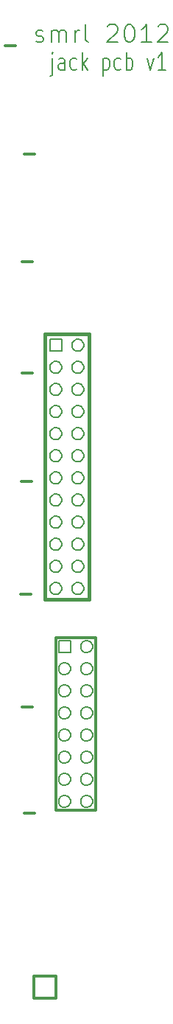
<source format=gto>
G04 (created by PCBNEW-RS274X (2012-01-19 BZR 3256)-stable) date 12/6/2012 10:52:00 PM*
G01*
G70*
G90*
%MOIN*%
G04 Gerber Fmt 3.4, Leading zero omitted, Abs format*
%FSLAX34Y34*%
G04 APERTURE LIST*
%ADD10C,0.006000*%
%ADD11C,0.012000*%
%ADD12C,0.005000*%
%ADD13C,0.012500*%
%ADD14C,0.015000*%
%ADD15C,0.008000*%
G04 APERTURE END LIST*
G54D10*
G54D11*
X43422Y-58769D02*
X43879Y-58769D01*
G54D12*
X44858Y-34515D02*
X44858Y-35201D01*
X44829Y-35277D01*
X44772Y-35315D01*
X44744Y-35315D01*
X44858Y-34249D02*
X44829Y-34287D01*
X44858Y-34325D01*
X44886Y-34287D01*
X44858Y-34249D01*
X44858Y-34325D01*
X45401Y-35049D02*
X45401Y-34630D01*
X45372Y-34554D01*
X45315Y-34515D01*
X45201Y-34515D01*
X45144Y-34554D01*
X45401Y-35011D02*
X45344Y-35049D01*
X45201Y-35049D01*
X45144Y-35011D01*
X45115Y-34935D01*
X45115Y-34858D01*
X45144Y-34782D01*
X45201Y-34744D01*
X45344Y-34744D01*
X45401Y-34706D01*
X45944Y-35011D02*
X45887Y-35049D01*
X45773Y-35049D01*
X45715Y-35011D01*
X45687Y-34973D01*
X45658Y-34896D01*
X45658Y-34668D01*
X45687Y-34592D01*
X45715Y-34554D01*
X45773Y-34515D01*
X45887Y-34515D01*
X45944Y-34554D01*
X46201Y-35049D02*
X46201Y-34249D01*
X46258Y-34744D02*
X46429Y-35049D01*
X46429Y-34515D02*
X46201Y-34820D01*
X47144Y-34515D02*
X47144Y-35315D01*
X47144Y-34554D02*
X47201Y-34515D01*
X47315Y-34515D01*
X47372Y-34554D01*
X47401Y-34592D01*
X47430Y-34668D01*
X47430Y-34896D01*
X47401Y-34973D01*
X47372Y-35011D01*
X47315Y-35049D01*
X47201Y-35049D01*
X47144Y-35011D01*
X47944Y-35011D02*
X47887Y-35049D01*
X47773Y-35049D01*
X47715Y-35011D01*
X47687Y-34973D01*
X47658Y-34896D01*
X47658Y-34668D01*
X47687Y-34592D01*
X47715Y-34554D01*
X47773Y-34515D01*
X47887Y-34515D01*
X47944Y-34554D01*
X48201Y-35049D02*
X48201Y-34249D01*
X48201Y-34554D02*
X48258Y-34515D01*
X48372Y-34515D01*
X48429Y-34554D01*
X48458Y-34592D01*
X48487Y-34668D01*
X48487Y-34896D01*
X48458Y-34973D01*
X48429Y-35011D01*
X48372Y-35049D01*
X48258Y-35049D01*
X48201Y-35011D01*
X49144Y-34515D02*
X49287Y-35049D01*
X49429Y-34515D01*
X49972Y-35049D02*
X49629Y-35049D01*
X49801Y-35049D02*
X49801Y-34249D01*
X49744Y-34363D01*
X49686Y-34439D01*
X49629Y-34477D01*
G54D11*
X43572Y-68669D02*
X44029Y-68669D01*
X43472Y-63869D02*
X43929Y-63869D01*
X42722Y-33944D02*
X43179Y-33944D01*
X43572Y-38869D02*
X44029Y-38869D01*
X43472Y-43719D02*
X43929Y-43719D01*
X43472Y-48769D02*
X43929Y-48769D01*
X43447Y-53669D02*
X43904Y-53669D01*
G54D12*
X44109Y-33761D02*
X44186Y-33799D01*
X44338Y-33799D01*
X44414Y-33761D01*
X44452Y-33685D01*
X44452Y-33646D01*
X44414Y-33570D01*
X44338Y-33532D01*
X44224Y-33532D01*
X44147Y-33494D01*
X44109Y-33418D01*
X44109Y-33380D01*
X44147Y-33304D01*
X44224Y-33265D01*
X44338Y-33265D01*
X44414Y-33304D01*
X44795Y-33799D02*
X44795Y-33265D01*
X44795Y-33342D02*
X44834Y-33304D01*
X44910Y-33265D01*
X45024Y-33265D01*
X45100Y-33304D01*
X45138Y-33380D01*
X45138Y-33799D01*
X45138Y-33380D02*
X45176Y-33304D01*
X45253Y-33265D01*
X45367Y-33265D01*
X45443Y-33304D01*
X45481Y-33380D01*
X45481Y-33799D01*
X45862Y-33799D02*
X45862Y-33265D01*
X45862Y-33418D02*
X45901Y-33342D01*
X45939Y-33304D01*
X46015Y-33265D01*
X46091Y-33265D01*
X46472Y-33799D02*
X46396Y-33761D01*
X46357Y-33685D01*
X46357Y-32999D01*
X47348Y-33075D02*
X47386Y-33037D01*
X47463Y-32999D01*
X47653Y-32999D01*
X47729Y-33037D01*
X47767Y-33075D01*
X47806Y-33151D01*
X47806Y-33227D01*
X47767Y-33342D01*
X47310Y-33799D01*
X47806Y-33799D01*
X48301Y-32999D02*
X48377Y-32999D01*
X48453Y-33037D01*
X48491Y-33075D01*
X48529Y-33151D01*
X48568Y-33304D01*
X48568Y-33494D01*
X48529Y-33646D01*
X48491Y-33723D01*
X48453Y-33761D01*
X48377Y-33799D01*
X48301Y-33799D01*
X48225Y-33761D01*
X48187Y-33723D01*
X48148Y-33646D01*
X48110Y-33494D01*
X48110Y-33304D01*
X48148Y-33151D01*
X48187Y-33075D01*
X48225Y-33037D01*
X48301Y-32999D01*
X49330Y-33799D02*
X48872Y-33799D01*
X49101Y-33799D02*
X49101Y-32999D01*
X49025Y-33113D01*
X48949Y-33189D01*
X48872Y-33227D01*
X49634Y-33075D02*
X49672Y-33037D01*
X49749Y-32999D01*
X49939Y-32999D01*
X50015Y-33037D01*
X50053Y-33075D01*
X50092Y-33151D01*
X50092Y-33227D01*
X50053Y-33342D01*
X49596Y-33799D01*
X50092Y-33799D01*
G54D13*
X44000Y-77025D02*
X45000Y-77025D01*
X44000Y-76025D02*
X45000Y-76025D01*
G54D11*
X44000Y-77025D02*
X44000Y-76025D01*
X45000Y-76025D02*
X45000Y-77025D01*
X45000Y-60725D02*
X46800Y-60725D01*
X46800Y-60725D02*
X46800Y-68525D01*
X46800Y-68525D02*
X45000Y-68525D01*
X45000Y-68525D02*
X45000Y-60725D01*
G54D14*
X46500Y-47000D02*
X44500Y-47000D01*
X44500Y-47000D02*
X44500Y-59000D01*
X44500Y-59000D02*
X46500Y-59000D01*
X46500Y-59000D02*
X46500Y-47000D01*
G54D10*
X45130Y-60855D02*
X45130Y-61395D01*
X45670Y-61395D01*
X45670Y-60855D01*
X45130Y-60855D01*
X46670Y-61125D02*
X46664Y-61177D01*
X46649Y-61227D01*
X46624Y-61274D01*
X46591Y-61315D01*
X46550Y-61348D01*
X46504Y-61373D01*
X46454Y-61389D01*
X46401Y-61394D01*
X46350Y-61390D01*
X46299Y-61375D01*
X46253Y-61350D01*
X46212Y-61317D01*
X46178Y-61277D01*
X46152Y-61231D01*
X46136Y-61181D01*
X46131Y-61128D01*
X46135Y-61077D01*
X46149Y-61026D01*
X46174Y-60979D01*
X46206Y-60938D01*
X46246Y-60904D01*
X46292Y-60878D01*
X46343Y-60862D01*
X46395Y-60856D01*
X46446Y-60860D01*
X46497Y-60874D01*
X46544Y-60898D01*
X46586Y-60930D01*
X46620Y-60970D01*
X46646Y-61016D01*
X46663Y-61066D01*
X46669Y-61118D01*
X46670Y-61125D01*
X45670Y-62125D02*
X45664Y-62177D01*
X45649Y-62227D01*
X45624Y-62274D01*
X45591Y-62315D01*
X45550Y-62348D01*
X45504Y-62373D01*
X45454Y-62389D01*
X45401Y-62394D01*
X45350Y-62390D01*
X45299Y-62375D01*
X45253Y-62350D01*
X45212Y-62317D01*
X45178Y-62277D01*
X45152Y-62231D01*
X45136Y-62181D01*
X45131Y-62128D01*
X45135Y-62077D01*
X45149Y-62026D01*
X45174Y-61979D01*
X45206Y-61938D01*
X45246Y-61904D01*
X45292Y-61878D01*
X45343Y-61862D01*
X45395Y-61856D01*
X45446Y-61860D01*
X45497Y-61874D01*
X45544Y-61898D01*
X45586Y-61930D01*
X45620Y-61970D01*
X45646Y-62016D01*
X45663Y-62066D01*
X45669Y-62118D01*
X45670Y-62125D01*
X46670Y-62125D02*
X46664Y-62177D01*
X46649Y-62227D01*
X46624Y-62274D01*
X46591Y-62315D01*
X46550Y-62348D01*
X46504Y-62373D01*
X46454Y-62389D01*
X46401Y-62394D01*
X46350Y-62390D01*
X46299Y-62375D01*
X46253Y-62350D01*
X46212Y-62317D01*
X46178Y-62277D01*
X46152Y-62231D01*
X46136Y-62181D01*
X46131Y-62128D01*
X46135Y-62077D01*
X46149Y-62026D01*
X46174Y-61979D01*
X46206Y-61938D01*
X46246Y-61904D01*
X46292Y-61878D01*
X46343Y-61862D01*
X46395Y-61856D01*
X46446Y-61860D01*
X46497Y-61874D01*
X46544Y-61898D01*
X46586Y-61930D01*
X46620Y-61970D01*
X46646Y-62016D01*
X46663Y-62066D01*
X46669Y-62118D01*
X46670Y-62125D01*
X45670Y-63125D02*
X45664Y-63177D01*
X45649Y-63227D01*
X45624Y-63274D01*
X45591Y-63315D01*
X45550Y-63348D01*
X45504Y-63373D01*
X45454Y-63389D01*
X45401Y-63394D01*
X45350Y-63390D01*
X45299Y-63375D01*
X45253Y-63350D01*
X45212Y-63317D01*
X45178Y-63277D01*
X45152Y-63231D01*
X45136Y-63181D01*
X45131Y-63128D01*
X45135Y-63077D01*
X45149Y-63026D01*
X45174Y-62979D01*
X45206Y-62938D01*
X45246Y-62904D01*
X45292Y-62878D01*
X45343Y-62862D01*
X45395Y-62856D01*
X45446Y-62860D01*
X45497Y-62874D01*
X45544Y-62898D01*
X45586Y-62930D01*
X45620Y-62970D01*
X45646Y-63016D01*
X45663Y-63066D01*
X45669Y-63118D01*
X45670Y-63125D01*
X46670Y-63125D02*
X46664Y-63177D01*
X46649Y-63227D01*
X46624Y-63274D01*
X46591Y-63315D01*
X46550Y-63348D01*
X46504Y-63373D01*
X46454Y-63389D01*
X46401Y-63394D01*
X46350Y-63390D01*
X46299Y-63375D01*
X46253Y-63350D01*
X46212Y-63317D01*
X46178Y-63277D01*
X46152Y-63231D01*
X46136Y-63181D01*
X46131Y-63128D01*
X46135Y-63077D01*
X46149Y-63026D01*
X46174Y-62979D01*
X46206Y-62938D01*
X46246Y-62904D01*
X46292Y-62878D01*
X46343Y-62862D01*
X46395Y-62856D01*
X46446Y-62860D01*
X46497Y-62874D01*
X46544Y-62898D01*
X46586Y-62930D01*
X46620Y-62970D01*
X46646Y-63016D01*
X46663Y-63066D01*
X46669Y-63118D01*
X46670Y-63125D01*
X45670Y-64125D02*
X45664Y-64177D01*
X45649Y-64227D01*
X45624Y-64274D01*
X45591Y-64315D01*
X45550Y-64348D01*
X45504Y-64373D01*
X45454Y-64389D01*
X45401Y-64394D01*
X45350Y-64390D01*
X45299Y-64375D01*
X45253Y-64350D01*
X45212Y-64317D01*
X45178Y-64277D01*
X45152Y-64231D01*
X45136Y-64181D01*
X45131Y-64128D01*
X45135Y-64077D01*
X45149Y-64026D01*
X45174Y-63979D01*
X45206Y-63938D01*
X45246Y-63904D01*
X45292Y-63878D01*
X45343Y-63862D01*
X45395Y-63856D01*
X45446Y-63860D01*
X45497Y-63874D01*
X45544Y-63898D01*
X45586Y-63930D01*
X45620Y-63970D01*
X45646Y-64016D01*
X45663Y-64066D01*
X45669Y-64118D01*
X45670Y-64125D01*
X46670Y-64125D02*
X46664Y-64177D01*
X46649Y-64227D01*
X46624Y-64274D01*
X46591Y-64315D01*
X46550Y-64348D01*
X46504Y-64373D01*
X46454Y-64389D01*
X46401Y-64394D01*
X46350Y-64390D01*
X46299Y-64375D01*
X46253Y-64350D01*
X46212Y-64317D01*
X46178Y-64277D01*
X46152Y-64231D01*
X46136Y-64181D01*
X46131Y-64128D01*
X46135Y-64077D01*
X46149Y-64026D01*
X46174Y-63979D01*
X46206Y-63938D01*
X46246Y-63904D01*
X46292Y-63878D01*
X46343Y-63862D01*
X46395Y-63856D01*
X46446Y-63860D01*
X46497Y-63874D01*
X46544Y-63898D01*
X46586Y-63930D01*
X46620Y-63970D01*
X46646Y-64016D01*
X46663Y-64066D01*
X46669Y-64118D01*
X46670Y-64125D01*
X45670Y-65125D02*
X45664Y-65177D01*
X45649Y-65227D01*
X45624Y-65274D01*
X45591Y-65315D01*
X45550Y-65348D01*
X45504Y-65373D01*
X45454Y-65389D01*
X45401Y-65394D01*
X45350Y-65390D01*
X45299Y-65375D01*
X45253Y-65350D01*
X45212Y-65317D01*
X45178Y-65277D01*
X45152Y-65231D01*
X45136Y-65181D01*
X45131Y-65128D01*
X45135Y-65077D01*
X45149Y-65026D01*
X45174Y-64979D01*
X45206Y-64938D01*
X45246Y-64904D01*
X45292Y-64878D01*
X45343Y-64862D01*
X45395Y-64856D01*
X45446Y-64860D01*
X45497Y-64874D01*
X45544Y-64898D01*
X45586Y-64930D01*
X45620Y-64970D01*
X45646Y-65016D01*
X45663Y-65066D01*
X45669Y-65118D01*
X45670Y-65125D01*
X46670Y-65125D02*
X46664Y-65177D01*
X46649Y-65227D01*
X46624Y-65274D01*
X46591Y-65315D01*
X46550Y-65348D01*
X46504Y-65373D01*
X46454Y-65389D01*
X46401Y-65394D01*
X46350Y-65390D01*
X46299Y-65375D01*
X46253Y-65350D01*
X46212Y-65317D01*
X46178Y-65277D01*
X46152Y-65231D01*
X46136Y-65181D01*
X46131Y-65128D01*
X46135Y-65077D01*
X46149Y-65026D01*
X46174Y-64979D01*
X46206Y-64938D01*
X46246Y-64904D01*
X46292Y-64878D01*
X46343Y-64862D01*
X46395Y-64856D01*
X46446Y-64860D01*
X46497Y-64874D01*
X46544Y-64898D01*
X46586Y-64930D01*
X46620Y-64970D01*
X46646Y-65016D01*
X46663Y-65066D01*
X46669Y-65118D01*
X46670Y-65125D01*
X45670Y-66125D02*
X45664Y-66177D01*
X45649Y-66227D01*
X45624Y-66274D01*
X45591Y-66315D01*
X45550Y-66348D01*
X45504Y-66373D01*
X45454Y-66389D01*
X45401Y-66394D01*
X45350Y-66390D01*
X45299Y-66375D01*
X45253Y-66350D01*
X45212Y-66317D01*
X45178Y-66277D01*
X45152Y-66231D01*
X45136Y-66181D01*
X45131Y-66128D01*
X45135Y-66077D01*
X45149Y-66026D01*
X45174Y-65979D01*
X45206Y-65938D01*
X45246Y-65904D01*
X45292Y-65878D01*
X45343Y-65862D01*
X45395Y-65856D01*
X45446Y-65860D01*
X45497Y-65874D01*
X45544Y-65898D01*
X45586Y-65930D01*
X45620Y-65970D01*
X45646Y-66016D01*
X45663Y-66066D01*
X45669Y-66118D01*
X45670Y-66125D01*
X46670Y-66125D02*
X46664Y-66177D01*
X46649Y-66227D01*
X46624Y-66274D01*
X46591Y-66315D01*
X46550Y-66348D01*
X46504Y-66373D01*
X46454Y-66389D01*
X46401Y-66394D01*
X46350Y-66390D01*
X46299Y-66375D01*
X46253Y-66350D01*
X46212Y-66317D01*
X46178Y-66277D01*
X46152Y-66231D01*
X46136Y-66181D01*
X46131Y-66128D01*
X46135Y-66077D01*
X46149Y-66026D01*
X46174Y-65979D01*
X46206Y-65938D01*
X46246Y-65904D01*
X46292Y-65878D01*
X46343Y-65862D01*
X46395Y-65856D01*
X46446Y-65860D01*
X46497Y-65874D01*
X46544Y-65898D01*
X46586Y-65930D01*
X46620Y-65970D01*
X46646Y-66016D01*
X46663Y-66066D01*
X46669Y-66118D01*
X46670Y-66125D01*
X45670Y-67125D02*
X45664Y-67177D01*
X45649Y-67227D01*
X45624Y-67274D01*
X45591Y-67315D01*
X45550Y-67348D01*
X45504Y-67373D01*
X45454Y-67389D01*
X45401Y-67394D01*
X45350Y-67390D01*
X45299Y-67375D01*
X45253Y-67350D01*
X45212Y-67317D01*
X45178Y-67277D01*
X45152Y-67231D01*
X45136Y-67181D01*
X45131Y-67128D01*
X45135Y-67077D01*
X45149Y-67026D01*
X45174Y-66979D01*
X45206Y-66938D01*
X45246Y-66904D01*
X45292Y-66878D01*
X45343Y-66862D01*
X45395Y-66856D01*
X45446Y-66860D01*
X45497Y-66874D01*
X45544Y-66898D01*
X45586Y-66930D01*
X45620Y-66970D01*
X45646Y-67016D01*
X45663Y-67066D01*
X45669Y-67118D01*
X45670Y-67125D01*
X46670Y-67125D02*
X46664Y-67177D01*
X46649Y-67227D01*
X46624Y-67274D01*
X46591Y-67315D01*
X46550Y-67348D01*
X46504Y-67373D01*
X46454Y-67389D01*
X46401Y-67394D01*
X46350Y-67390D01*
X46299Y-67375D01*
X46253Y-67350D01*
X46212Y-67317D01*
X46178Y-67277D01*
X46152Y-67231D01*
X46136Y-67181D01*
X46131Y-67128D01*
X46135Y-67077D01*
X46149Y-67026D01*
X46174Y-66979D01*
X46206Y-66938D01*
X46246Y-66904D01*
X46292Y-66878D01*
X46343Y-66862D01*
X46395Y-66856D01*
X46446Y-66860D01*
X46497Y-66874D01*
X46544Y-66898D01*
X46586Y-66930D01*
X46620Y-66970D01*
X46646Y-67016D01*
X46663Y-67066D01*
X46669Y-67118D01*
X46670Y-67125D01*
X45670Y-68125D02*
X45664Y-68177D01*
X45649Y-68227D01*
X45624Y-68274D01*
X45591Y-68315D01*
X45550Y-68348D01*
X45504Y-68373D01*
X45454Y-68389D01*
X45401Y-68394D01*
X45350Y-68390D01*
X45299Y-68375D01*
X45253Y-68350D01*
X45212Y-68317D01*
X45178Y-68277D01*
X45152Y-68231D01*
X45136Y-68181D01*
X45131Y-68128D01*
X45135Y-68077D01*
X45149Y-68026D01*
X45174Y-67979D01*
X45206Y-67938D01*
X45246Y-67904D01*
X45292Y-67878D01*
X45343Y-67862D01*
X45395Y-67856D01*
X45446Y-67860D01*
X45497Y-67874D01*
X45544Y-67898D01*
X45586Y-67930D01*
X45620Y-67970D01*
X45646Y-68016D01*
X45663Y-68066D01*
X45669Y-68118D01*
X45670Y-68125D01*
X46670Y-68125D02*
X46664Y-68177D01*
X46649Y-68227D01*
X46624Y-68274D01*
X46591Y-68315D01*
X46550Y-68348D01*
X46504Y-68373D01*
X46454Y-68389D01*
X46401Y-68394D01*
X46350Y-68390D01*
X46299Y-68375D01*
X46253Y-68350D01*
X46212Y-68317D01*
X46178Y-68277D01*
X46152Y-68231D01*
X46136Y-68181D01*
X46131Y-68128D01*
X46135Y-68077D01*
X46149Y-68026D01*
X46174Y-67979D01*
X46206Y-67938D01*
X46246Y-67904D01*
X46292Y-67878D01*
X46343Y-67862D01*
X46395Y-67856D01*
X46446Y-67860D01*
X46497Y-67874D01*
X46544Y-67898D01*
X46586Y-67930D01*
X46620Y-67970D01*
X46646Y-68016D01*
X46663Y-68066D01*
X46669Y-68118D01*
X46670Y-68125D01*
X44730Y-47230D02*
X44730Y-47770D01*
X45270Y-47770D01*
X45270Y-47230D01*
X44730Y-47230D01*
X46270Y-47500D02*
X46264Y-47552D01*
X46249Y-47602D01*
X46224Y-47649D01*
X46191Y-47690D01*
X46150Y-47723D01*
X46104Y-47748D01*
X46054Y-47764D01*
X46001Y-47769D01*
X45950Y-47765D01*
X45899Y-47750D01*
X45853Y-47725D01*
X45812Y-47692D01*
X45778Y-47652D01*
X45752Y-47606D01*
X45736Y-47556D01*
X45731Y-47503D01*
X45735Y-47452D01*
X45749Y-47401D01*
X45774Y-47354D01*
X45806Y-47313D01*
X45846Y-47279D01*
X45892Y-47253D01*
X45943Y-47237D01*
X45995Y-47231D01*
X46046Y-47235D01*
X46097Y-47249D01*
X46144Y-47273D01*
X46186Y-47305D01*
X46220Y-47345D01*
X46246Y-47391D01*
X46263Y-47441D01*
X46269Y-47493D01*
X46270Y-47500D01*
X45270Y-48500D02*
X45264Y-48552D01*
X45249Y-48602D01*
X45224Y-48649D01*
X45191Y-48690D01*
X45150Y-48723D01*
X45104Y-48748D01*
X45054Y-48764D01*
X45001Y-48769D01*
X44950Y-48765D01*
X44899Y-48750D01*
X44853Y-48725D01*
X44812Y-48692D01*
X44778Y-48652D01*
X44752Y-48606D01*
X44736Y-48556D01*
X44731Y-48503D01*
X44735Y-48452D01*
X44749Y-48401D01*
X44774Y-48354D01*
X44806Y-48313D01*
X44846Y-48279D01*
X44892Y-48253D01*
X44943Y-48237D01*
X44995Y-48231D01*
X45046Y-48235D01*
X45097Y-48249D01*
X45144Y-48273D01*
X45186Y-48305D01*
X45220Y-48345D01*
X45246Y-48391D01*
X45263Y-48441D01*
X45269Y-48493D01*
X45270Y-48500D01*
X46270Y-48500D02*
X46264Y-48552D01*
X46249Y-48602D01*
X46224Y-48649D01*
X46191Y-48690D01*
X46150Y-48723D01*
X46104Y-48748D01*
X46054Y-48764D01*
X46001Y-48769D01*
X45950Y-48765D01*
X45899Y-48750D01*
X45853Y-48725D01*
X45812Y-48692D01*
X45778Y-48652D01*
X45752Y-48606D01*
X45736Y-48556D01*
X45731Y-48503D01*
X45735Y-48452D01*
X45749Y-48401D01*
X45774Y-48354D01*
X45806Y-48313D01*
X45846Y-48279D01*
X45892Y-48253D01*
X45943Y-48237D01*
X45995Y-48231D01*
X46046Y-48235D01*
X46097Y-48249D01*
X46144Y-48273D01*
X46186Y-48305D01*
X46220Y-48345D01*
X46246Y-48391D01*
X46263Y-48441D01*
X46269Y-48493D01*
X46270Y-48500D01*
X45270Y-49500D02*
X45264Y-49552D01*
X45249Y-49602D01*
X45224Y-49649D01*
X45191Y-49690D01*
X45150Y-49723D01*
X45104Y-49748D01*
X45054Y-49764D01*
X45001Y-49769D01*
X44950Y-49765D01*
X44899Y-49750D01*
X44853Y-49725D01*
X44812Y-49692D01*
X44778Y-49652D01*
X44752Y-49606D01*
X44736Y-49556D01*
X44731Y-49503D01*
X44735Y-49452D01*
X44749Y-49401D01*
X44774Y-49354D01*
X44806Y-49313D01*
X44846Y-49279D01*
X44892Y-49253D01*
X44943Y-49237D01*
X44995Y-49231D01*
X45046Y-49235D01*
X45097Y-49249D01*
X45144Y-49273D01*
X45186Y-49305D01*
X45220Y-49345D01*
X45246Y-49391D01*
X45263Y-49441D01*
X45269Y-49493D01*
X45270Y-49500D01*
X46270Y-49500D02*
X46264Y-49552D01*
X46249Y-49602D01*
X46224Y-49649D01*
X46191Y-49690D01*
X46150Y-49723D01*
X46104Y-49748D01*
X46054Y-49764D01*
X46001Y-49769D01*
X45950Y-49765D01*
X45899Y-49750D01*
X45853Y-49725D01*
X45812Y-49692D01*
X45778Y-49652D01*
X45752Y-49606D01*
X45736Y-49556D01*
X45731Y-49503D01*
X45735Y-49452D01*
X45749Y-49401D01*
X45774Y-49354D01*
X45806Y-49313D01*
X45846Y-49279D01*
X45892Y-49253D01*
X45943Y-49237D01*
X45995Y-49231D01*
X46046Y-49235D01*
X46097Y-49249D01*
X46144Y-49273D01*
X46186Y-49305D01*
X46220Y-49345D01*
X46246Y-49391D01*
X46263Y-49441D01*
X46269Y-49493D01*
X46270Y-49500D01*
X45270Y-50500D02*
X45264Y-50552D01*
X45249Y-50602D01*
X45224Y-50649D01*
X45191Y-50690D01*
X45150Y-50723D01*
X45104Y-50748D01*
X45054Y-50764D01*
X45001Y-50769D01*
X44950Y-50765D01*
X44899Y-50750D01*
X44853Y-50725D01*
X44812Y-50692D01*
X44778Y-50652D01*
X44752Y-50606D01*
X44736Y-50556D01*
X44731Y-50503D01*
X44735Y-50452D01*
X44749Y-50401D01*
X44774Y-50354D01*
X44806Y-50313D01*
X44846Y-50279D01*
X44892Y-50253D01*
X44943Y-50237D01*
X44995Y-50231D01*
X45046Y-50235D01*
X45097Y-50249D01*
X45144Y-50273D01*
X45186Y-50305D01*
X45220Y-50345D01*
X45246Y-50391D01*
X45263Y-50441D01*
X45269Y-50493D01*
X45270Y-50500D01*
X46270Y-50500D02*
X46264Y-50552D01*
X46249Y-50602D01*
X46224Y-50649D01*
X46191Y-50690D01*
X46150Y-50723D01*
X46104Y-50748D01*
X46054Y-50764D01*
X46001Y-50769D01*
X45950Y-50765D01*
X45899Y-50750D01*
X45853Y-50725D01*
X45812Y-50692D01*
X45778Y-50652D01*
X45752Y-50606D01*
X45736Y-50556D01*
X45731Y-50503D01*
X45735Y-50452D01*
X45749Y-50401D01*
X45774Y-50354D01*
X45806Y-50313D01*
X45846Y-50279D01*
X45892Y-50253D01*
X45943Y-50237D01*
X45995Y-50231D01*
X46046Y-50235D01*
X46097Y-50249D01*
X46144Y-50273D01*
X46186Y-50305D01*
X46220Y-50345D01*
X46246Y-50391D01*
X46263Y-50441D01*
X46269Y-50493D01*
X46270Y-50500D01*
X45270Y-51500D02*
X45264Y-51552D01*
X45249Y-51602D01*
X45224Y-51649D01*
X45191Y-51690D01*
X45150Y-51723D01*
X45104Y-51748D01*
X45054Y-51764D01*
X45001Y-51769D01*
X44950Y-51765D01*
X44899Y-51750D01*
X44853Y-51725D01*
X44812Y-51692D01*
X44778Y-51652D01*
X44752Y-51606D01*
X44736Y-51556D01*
X44731Y-51503D01*
X44735Y-51452D01*
X44749Y-51401D01*
X44774Y-51354D01*
X44806Y-51313D01*
X44846Y-51279D01*
X44892Y-51253D01*
X44943Y-51237D01*
X44995Y-51231D01*
X45046Y-51235D01*
X45097Y-51249D01*
X45144Y-51273D01*
X45186Y-51305D01*
X45220Y-51345D01*
X45246Y-51391D01*
X45263Y-51441D01*
X45269Y-51493D01*
X45270Y-51500D01*
X46270Y-51500D02*
X46264Y-51552D01*
X46249Y-51602D01*
X46224Y-51649D01*
X46191Y-51690D01*
X46150Y-51723D01*
X46104Y-51748D01*
X46054Y-51764D01*
X46001Y-51769D01*
X45950Y-51765D01*
X45899Y-51750D01*
X45853Y-51725D01*
X45812Y-51692D01*
X45778Y-51652D01*
X45752Y-51606D01*
X45736Y-51556D01*
X45731Y-51503D01*
X45735Y-51452D01*
X45749Y-51401D01*
X45774Y-51354D01*
X45806Y-51313D01*
X45846Y-51279D01*
X45892Y-51253D01*
X45943Y-51237D01*
X45995Y-51231D01*
X46046Y-51235D01*
X46097Y-51249D01*
X46144Y-51273D01*
X46186Y-51305D01*
X46220Y-51345D01*
X46246Y-51391D01*
X46263Y-51441D01*
X46269Y-51493D01*
X46270Y-51500D01*
X45270Y-52500D02*
X45264Y-52552D01*
X45249Y-52602D01*
X45224Y-52649D01*
X45191Y-52690D01*
X45150Y-52723D01*
X45104Y-52748D01*
X45054Y-52764D01*
X45001Y-52769D01*
X44950Y-52765D01*
X44899Y-52750D01*
X44853Y-52725D01*
X44812Y-52692D01*
X44778Y-52652D01*
X44752Y-52606D01*
X44736Y-52556D01*
X44731Y-52503D01*
X44735Y-52452D01*
X44749Y-52401D01*
X44774Y-52354D01*
X44806Y-52313D01*
X44846Y-52279D01*
X44892Y-52253D01*
X44943Y-52237D01*
X44995Y-52231D01*
X45046Y-52235D01*
X45097Y-52249D01*
X45144Y-52273D01*
X45186Y-52305D01*
X45220Y-52345D01*
X45246Y-52391D01*
X45263Y-52441D01*
X45269Y-52493D01*
X45270Y-52500D01*
X46270Y-52500D02*
X46264Y-52552D01*
X46249Y-52602D01*
X46224Y-52649D01*
X46191Y-52690D01*
X46150Y-52723D01*
X46104Y-52748D01*
X46054Y-52764D01*
X46001Y-52769D01*
X45950Y-52765D01*
X45899Y-52750D01*
X45853Y-52725D01*
X45812Y-52692D01*
X45778Y-52652D01*
X45752Y-52606D01*
X45736Y-52556D01*
X45731Y-52503D01*
X45735Y-52452D01*
X45749Y-52401D01*
X45774Y-52354D01*
X45806Y-52313D01*
X45846Y-52279D01*
X45892Y-52253D01*
X45943Y-52237D01*
X45995Y-52231D01*
X46046Y-52235D01*
X46097Y-52249D01*
X46144Y-52273D01*
X46186Y-52305D01*
X46220Y-52345D01*
X46246Y-52391D01*
X46263Y-52441D01*
X46269Y-52493D01*
X46270Y-52500D01*
X45270Y-53500D02*
X45264Y-53552D01*
X45249Y-53602D01*
X45224Y-53649D01*
X45191Y-53690D01*
X45150Y-53723D01*
X45104Y-53748D01*
X45054Y-53764D01*
X45001Y-53769D01*
X44950Y-53765D01*
X44899Y-53750D01*
X44853Y-53725D01*
X44812Y-53692D01*
X44778Y-53652D01*
X44752Y-53606D01*
X44736Y-53556D01*
X44731Y-53503D01*
X44735Y-53452D01*
X44749Y-53401D01*
X44774Y-53354D01*
X44806Y-53313D01*
X44846Y-53279D01*
X44892Y-53253D01*
X44943Y-53237D01*
X44995Y-53231D01*
X45046Y-53235D01*
X45097Y-53249D01*
X45144Y-53273D01*
X45186Y-53305D01*
X45220Y-53345D01*
X45246Y-53391D01*
X45263Y-53441D01*
X45269Y-53493D01*
X45270Y-53500D01*
X46270Y-53500D02*
X46264Y-53552D01*
X46249Y-53602D01*
X46224Y-53649D01*
X46191Y-53690D01*
X46150Y-53723D01*
X46104Y-53748D01*
X46054Y-53764D01*
X46001Y-53769D01*
X45950Y-53765D01*
X45899Y-53750D01*
X45853Y-53725D01*
X45812Y-53692D01*
X45778Y-53652D01*
X45752Y-53606D01*
X45736Y-53556D01*
X45731Y-53503D01*
X45735Y-53452D01*
X45749Y-53401D01*
X45774Y-53354D01*
X45806Y-53313D01*
X45846Y-53279D01*
X45892Y-53253D01*
X45943Y-53237D01*
X45995Y-53231D01*
X46046Y-53235D01*
X46097Y-53249D01*
X46144Y-53273D01*
X46186Y-53305D01*
X46220Y-53345D01*
X46246Y-53391D01*
X46263Y-53441D01*
X46269Y-53493D01*
X46270Y-53500D01*
X45270Y-54500D02*
X45264Y-54552D01*
X45249Y-54602D01*
X45224Y-54649D01*
X45191Y-54690D01*
X45150Y-54723D01*
X45104Y-54748D01*
X45054Y-54764D01*
X45001Y-54769D01*
X44950Y-54765D01*
X44899Y-54750D01*
X44853Y-54725D01*
X44812Y-54692D01*
X44778Y-54652D01*
X44752Y-54606D01*
X44736Y-54556D01*
X44731Y-54503D01*
X44735Y-54452D01*
X44749Y-54401D01*
X44774Y-54354D01*
X44806Y-54313D01*
X44846Y-54279D01*
X44892Y-54253D01*
X44943Y-54237D01*
X44995Y-54231D01*
X45046Y-54235D01*
X45097Y-54249D01*
X45144Y-54273D01*
X45186Y-54305D01*
X45220Y-54345D01*
X45246Y-54391D01*
X45263Y-54441D01*
X45269Y-54493D01*
X45270Y-54500D01*
X46270Y-54500D02*
X46264Y-54552D01*
X46249Y-54602D01*
X46224Y-54649D01*
X46191Y-54690D01*
X46150Y-54723D01*
X46104Y-54748D01*
X46054Y-54764D01*
X46001Y-54769D01*
X45950Y-54765D01*
X45899Y-54750D01*
X45853Y-54725D01*
X45812Y-54692D01*
X45778Y-54652D01*
X45752Y-54606D01*
X45736Y-54556D01*
X45731Y-54503D01*
X45735Y-54452D01*
X45749Y-54401D01*
X45774Y-54354D01*
X45806Y-54313D01*
X45846Y-54279D01*
X45892Y-54253D01*
X45943Y-54237D01*
X45995Y-54231D01*
X46046Y-54235D01*
X46097Y-54249D01*
X46144Y-54273D01*
X46186Y-54305D01*
X46220Y-54345D01*
X46246Y-54391D01*
X46263Y-54441D01*
X46269Y-54493D01*
X46270Y-54500D01*
X45270Y-55500D02*
X45264Y-55552D01*
X45249Y-55602D01*
X45224Y-55649D01*
X45191Y-55690D01*
X45150Y-55723D01*
X45104Y-55748D01*
X45054Y-55764D01*
X45001Y-55769D01*
X44950Y-55765D01*
X44899Y-55750D01*
X44853Y-55725D01*
X44812Y-55692D01*
X44778Y-55652D01*
X44752Y-55606D01*
X44736Y-55556D01*
X44731Y-55503D01*
X44735Y-55452D01*
X44749Y-55401D01*
X44774Y-55354D01*
X44806Y-55313D01*
X44846Y-55279D01*
X44892Y-55253D01*
X44943Y-55237D01*
X44995Y-55231D01*
X45046Y-55235D01*
X45097Y-55249D01*
X45144Y-55273D01*
X45186Y-55305D01*
X45220Y-55345D01*
X45246Y-55391D01*
X45263Y-55441D01*
X45269Y-55493D01*
X45270Y-55500D01*
X46270Y-55500D02*
X46264Y-55552D01*
X46249Y-55602D01*
X46224Y-55649D01*
X46191Y-55690D01*
X46150Y-55723D01*
X46104Y-55748D01*
X46054Y-55764D01*
X46001Y-55769D01*
X45950Y-55765D01*
X45899Y-55750D01*
X45853Y-55725D01*
X45812Y-55692D01*
X45778Y-55652D01*
X45752Y-55606D01*
X45736Y-55556D01*
X45731Y-55503D01*
X45735Y-55452D01*
X45749Y-55401D01*
X45774Y-55354D01*
X45806Y-55313D01*
X45846Y-55279D01*
X45892Y-55253D01*
X45943Y-55237D01*
X45995Y-55231D01*
X46046Y-55235D01*
X46097Y-55249D01*
X46144Y-55273D01*
X46186Y-55305D01*
X46220Y-55345D01*
X46246Y-55391D01*
X46263Y-55441D01*
X46269Y-55493D01*
X46270Y-55500D01*
X45270Y-56500D02*
X45264Y-56552D01*
X45249Y-56602D01*
X45224Y-56649D01*
X45191Y-56690D01*
X45150Y-56723D01*
X45104Y-56748D01*
X45054Y-56764D01*
X45001Y-56769D01*
X44950Y-56765D01*
X44899Y-56750D01*
X44853Y-56725D01*
X44812Y-56692D01*
X44778Y-56652D01*
X44752Y-56606D01*
X44736Y-56556D01*
X44731Y-56503D01*
X44735Y-56452D01*
X44749Y-56401D01*
X44774Y-56354D01*
X44806Y-56313D01*
X44846Y-56279D01*
X44892Y-56253D01*
X44943Y-56237D01*
X44995Y-56231D01*
X45046Y-56235D01*
X45097Y-56249D01*
X45144Y-56273D01*
X45186Y-56305D01*
X45220Y-56345D01*
X45246Y-56391D01*
X45263Y-56441D01*
X45269Y-56493D01*
X45270Y-56500D01*
X46270Y-56500D02*
X46264Y-56552D01*
X46249Y-56602D01*
X46224Y-56649D01*
X46191Y-56690D01*
X46150Y-56723D01*
X46104Y-56748D01*
X46054Y-56764D01*
X46001Y-56769D01*
X45950Y-56765D01*
X45899Y-56750D01*
X45853Y-56725D01*
X45812Y-56692D01*
X45778Y-56652D01*
X45752Y-56606D01*
X45736Y-56556D01*
X45731Y-56503D01*
X45735Y-56452D01*
X45749Y-56401D01*
X45774Y-56354D01*
X45806Y-56313D01*
X45846Y-56279D01*
X45892Y-56253D01*
X45943Y-56237D01*
X45995Y-56231D01*
X46046Y-56235D01*
X46097Y-56249D01*
X46144Y-56273D01*
X46186Y-56305D01*
X46220Y-56345D01*
X46246Y-56391D01*
X46263Y-56441D01*
X46269Y-56493D01*
X46270Y-56500D01*
X45270Y-57500D02*
X45264Y-57552D01*
X45249Y-57602D01*
X45224Y-57649D01*
X45191Y-57690D01*
X45150Y-57723D01*
X45104Y-57748D01*
X45054Y-57764D01*
X45001Y-57769D01*
X44950Y-57765D01*
X44899Y-57750D01*
X44853Y-57725D01*
X44812Y-57692D01*
X44778Y-57652D01*
X44752Y-57606D01*
X44736Y-57556D01*
X44731Y-57503D01*
X44735Y-57452D01*
X44749Y-57401D01*
X44774Y-57354D01*
X44806Y-57313D01*
X44846Y-57279D01*
X44892Y-57253D01*
X44943Y-57237D01*
X44995Y-57231D01*
X45046Y-57235D01*
X45097Y-57249D01*
X45144Y-57273D01*
X45186Y-57305D01*
X45220Y-57345D01*
X45246Y-57391D01*
X45263Y-57441D01*
X45269Y-57493D01*
X45270Y-57500D01*
X46270Y-57500D02*
X46264Y-57552D01*
X46249Y-57602D01*
X46224Y-57649D01*
X46191Y-57690D01*
X46150Y-57723D01*
X46104Y-57748D01*
X46054Y-57764D01*
X46001Y-57769D01*
X45950Y-57765D01*
X45899Y-57750D01*
X45853Y-57725D01*
X45812Y-57692D01*
X45778Y-57652D01*
X45752Y-57606D01*
X45736Y-57556D01*
X45731Y-57503D01*
X45735Y-57452D01*
X45749Y-57401D01*
X45774Y-57354D01*
X45806Y-57313D01*
X45846Y-57279D01*
X45892Y-57253D01*
X45943Y-57237D01*
X45995Y-57231D01*
X46046Y-57235D01*
X46097Y-57249D01*
X46144Y-57273D01*
X46186Y-57305D01*
X46220Y-57345D01*
X46246Y-57391D01*
X46263Y-57441D01*
X46269Y-57493D01*
X46270Y-57500D01*
X45270Y-58500D02*
X45264Y-58552D01*
X45249Y-58602D01*
X45224Y-58649D01*
X45191Y-58690D01*
X45150Y-58723D01*
X45104Y-58748D01*
X45054Y-58764D01*
X45001Y-58769D01*
X44950Y-58765D01*
X44899Y-58750D01*
X44853Y-58725D01*
X44812Y-58692D01*
X44778Y-58652D01*
X44752Y-58606D01*
X44736Y-58556D01*
X44731Y-58503D01*
X44735Y-58452D01*
X44749Y-58401D01*
X44774Y-58354D01*
X44806Y-58313D01*
X44846Y-58279D01*
X44892Y-58253D01*
X44943Y-58237D01*
X44995Y-58231D01*
X45046Y-58235D01*
X45097Y-58249D01*
X45144Y-58273D01*
X45186Y-58305D01*
X45220Y-58345D01*
X45246Y-58391D01*
X45263Y-58441D01*
X45269Y-58493D01*
X45270Y-58500D01*
X46270Y-58500D02*
X46264Y-58552D01*
X46249Y-58602D01*
X46224Y-58649D01*
X46191Y-58690D01*
X46150Y-58723D01*
X46104Y-58748D01*
X46054Y-58764D01*
X46001Y-58769D01*
X45950Y-58765D01*
X45899Y-58750D01*
X45853Y-58725D01*
X45812Y-58692D01*
X45778Y-58652D01*
X45752Y-58606D01*
X45736Y-58556D01*
X45731Y-58503D01*
X45735Y-58452D01*
X45749Y-58401D01*
X45774Y-58354D01*
X45806Y-58313D01*
X45846Y-58279D01*
X45892Y-58253D01*
X45943Y-58237D01*
X45995Y-58231D01*
X46046Y-58235D01*
X46097Y-58249D01*
X46144Y-58273D01*
X46186Y-58305D01*
X46220Y-58345D01*
X46246Y-58391D01*
X46263Y-58441D01*
X46269Y-58493D01*
X46270Y-58500D01*
G54D15*
M02*

</source>
